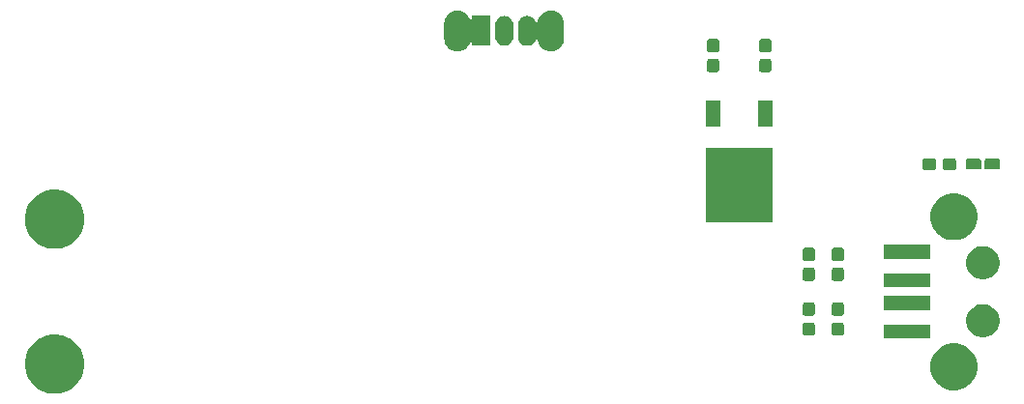
<source format=gbr>
G04 #@! TF.GenerationSoftware,KiCad,Pcbnew,(5.0.2)-1*
G04 #@! TF.CreationDate,2020-06-10T19:57:50-05:00*
G04 #@! TF.ProjectId,BusinessCards,42757369-6e65-4737-9343-617264732e6b,rev?*
G04 #@! TF.SameCoordinates,Original*
G04 #@! TF.FileFunction,Soldermask,Bot*
G04 #@! TF.FilePolarity,Negative*
%FSLAX46Y46*%
G04 Gerber Fmt 4.6, Leading zero omitted, Abs format (unit mm)*
G04 Created by KiCad (PCBNEW (5.0.2)-1) date 6/10/2020 7:57:50 PM*
%MOMM*%
%LPD*%
G01*
G04 APERTURE LIST*
%ADD10C,0.100000*%
G04 APERTURE END LIST*
D10*
G36*
X107268908Y-80025380D02*
X107435767Y-80058570D01*
X107907299Y-80253885D01*
X107992777Y-80311000D01*
X108331669Y-80537441D01*
X108692559Y-80898331D01*
X108692561Y-80898334D01*
X108976115Y-81322701D01*
X108976115Y-81322702D01*
X109171430Y-81794234D01*
X109271000Y-82294807D01*
X109271000Y-82805193D01*
X109204620Y-83138908D01*
X109171430Y-83305767D01*
X108976115Y-83777299D01*
X108775569Y-84077436D01*
X108692559Y-84201669D01*
X108331669Y-84562559D01*
X108331666Y-84562561D01*
X107907299Y-84846115D01*
X107435767Y-85041430D01*
X107268908Y-85074620D01*
X106935193Y-85141000D01*
X106424807Y-85141000D01*
X106091092Y-85074620D01*
X105924233Y-85041430D01*
X105452701Y-84846115D01*
X105028334Y-84562561D01*
X105028331Y-84562559D01*
X104667441Y-84201669D01*
X104584431Y-84077436D01*
X104383885Y-83777299D01*
X104188570Y-83305767D01*
X104155380Y-83138908D01*
X104089000Y-82805193D01*
X104089000Y-82294807D01*
X104188570Y-81794234D01*
X104383885Y-81322702D01*
X104383885Y-81322701D01*
X104667439Y-80898334D01*
X104667441Y-80898331D01*
X105028331Y-80537441D01*
X105367223Y-80311000D01*
X105452701Y-80253885D01*
X105924233Y-80058570D01*
X106091092Y-80025380D01*
X106424807Y-79959000D01*
X106935193Y-79959000D01*
X107268908Y-80025380D01*
X107268908Y-80025380D01*
G37*
G36*
X186018252Y-80797818D02*
X186018254Y-80797819D01*
X186018255Y-80797819D01*
X186391513Y-80952427D01*
X186391514Y-80952428D01*
X186727439Y-81176886D01*
X187013114Y-81462561D01*
X187013116Y-81462564D01*
X187237573Y-81798487D01*
X187392181Y-82171745D01*
X187471000Y-82567994D01*
X187471000Y-82972006D01*
X187392181Y-83368255D01*
X187237573Y-83741513D01*
X187016143Y-84072905D01*
X187013114Y-84077439D01*
X186727439Y-84363114D01*
X186727436Y-84363116D01*
X186391513Y-84587573D01*
X186018255Y-84742181D01*
X186018254Y-84742181D01*
X186018252Y-84742182D01*
X185622007Y-84821000D01*
X185217993Y-84821000D01*
X184821748Y-84742182D01*
X184821746Y-84742181D01*
X184821745Y-84742181D01*
X184448487Y-84587573D01*
X184112564Y-84363116D01*
X184112561Y-84363114D01*
X183826886Y-84077439D01*
X183823857Y-84072905D01*
X183602427Y-83741513D01*
X183447819Y-83368255D01*
X183369000Y-82972006D01*
X183369000Y-82567994D01*
X183447819Y-82171745D01*
X183602427Y-81798487D01*
X183826884Y-81462564D01*
X183826886Y-81462561D01*
X184112561Y-81176886D01*
X184448486Y-80952428D01*
X184448487Y-80952427D01*
X184821745Y-80797819D01*
X184821746Y-80797819D01*
X184821748Y-80797818D01*
X185217993Y-80719000D01*
X185622007Y-80719000D01*
X186018252Y-80797818D01*
X186018252Y-80797818D01*
G37*
G36*
X183383000Y-80311000D02*
X179281000Y-80311000D01*
X179281000Y-79089000D01*
X183383000Y-79089000D01*
X183383000Y-80311000D01*
X183383000Y-80311000D01*
G37*
G36*
X188383238Y-77344760D02*
X188383240Y-77344761D01*
X188383241Y-77344761D01*
X188647306Y-77454140D01*
X188647307Y-77454141D01*
X188884962Y-77612937D01*
X189087063Y-77815038D01*
X189087065Y-77815041D01*
X189245860Y-78052694D01*
X189341745Y-78284181D01*
X189355240Y-78316762D01*
X189411000Y-78597088D01*
X189411000Y-78882912D01*
X189370007Y-79089000D01*
X189355239Y-79163241D01*
X189245860Y-79427306D01*
X189245859Y-79427307D01*
X189087063Y-79664962D01*
X188884962Y-79867063D01*
X188884959Y-79867065D01*
X188647306Y-80025860D01*
X188383241Y-80135239D01*
X188383240Y-80135239D01*
X188383238Y-80135240D01*
X188102912Y-80191000D01*
X187817088Y-80191000D01*
X187536762Y-80135240D01*
X187536760Y-80135239D01*
X187536759Y-80135239D01*
X187272694Y-80025860D01*
X187035041Y-79867065D01*
X187035038Y-79867063D01*
X186832937Y-79664962D01*
X186674141Y-79427307D01*
X186674140Y-79427306D01*
X186564761Y-79163241D01*
X186549994Y-79089000D01*
X186509000Y-78882912D01*
X186509000Y-78597088D01*
X186564760Y-78316762D01*
X186578255Y-78284181D01*
X186674140Y-78052694D01*
X186832935Y-77815041D01*
X186832937Y-77815038D01*
X187035038Y-77612937D01*
X187272693Y-77454141D01*
X187272694Y-77454140D01*
X187536759Y-77344761D01*
X187536760Y-77344761D01*
X187536762Y-77344760D01*
X187817088Y-77289000D01*
X188102912Y-77289000D01*
X188383238Y-77344760D01*
X188383238Y-77344760D01*
G37*
G36*
X175624499Y-78902445D02*
X175661993Y-78913819D01*
X175696557Y-78932294D01*
X175726847Y-78957153D01*
X175751706Y-78987443D01*
X175770181Y-79022007D01*
X175781555Y-79059501D01*
X175786000Y-79104638D01*
X175786000Y-79843362D01*
X175781555Y-79888499D01*
X175770181Y-79925993D01*
X175751706Y-79960557D01*
X175726847Y-79990847D01*
X175696557Y-80015706D01*
X175661993Y-80034181D01*
X175624499Y-80045555D01*
X175579362Y-80050000D01*
X174940638Y-80050000D01*
X174895501Y-80045555D01*
X174858007Y-80034181D01*
X174823443Y-80015706D01*
X174793153Y-79990847D01*
X174768294Y-79960557D01*
X174749819Y-79925993D01*
X174738445Y-79888499D01*
X174734000Y-79843362D01*
X174734000Y-79104638D01*
X174738445Y-79059501D01*
X174749819Y-79022007D01*
X174768294Y-78987443D01*
X174793153Y-78957153D01*
X174823443Y-78932294D01*
X174858007Y-78913819D01*
X174895501Y-78902445D01*
X174940638Y-78898000D01*
X175579362Y-78898000D01*
X175624499Y-78902445D01*
X175624499Y-78902445D01*
G37*
G36*
X173084499Y-78902445D02*
X173121993Y-78913819D01*
X173156557Y-78932294D01*
X173186847Y-78957153D01*
X173211706Y-78987443D01*
X173230181Y-79022007D01*
X173241555Y-79059501D01*
X173246000Y-79104638D01*
X173246000Y-79843362D01*
X173241555Y-79888499D01*
X173230181Y-79925993D01*
X173211706Y-79960557D01*
X173186847Y-79990847D01*
X173156557Y-80015706D01*
X173121993Y-80034181D01*
X173084499Y-80045555D01*
X173039362Y-80050000D01*
X172400638Y-80050000D01*
X172355501Y-80045555D01*
X172318007Y-80034181D01*
X172283443Y-80015706D01*
X172253153Y-79990847D01*
X172228294Y-79960557D01*
X172209819Y-79925993D01*
X172198445Y-79888499D01*
X172194000Y-79843362D01*
X172194000Y-79104638D01*
X172198445Y-79059501D01*
X172209819Y-79022007D01*
X172228294Y-78987443D01*
X172253153Y-78957153D01*
X172283443Y-78932294D01*
X172318007Y-78913819D01*
X172355501Y-78902445D01*
X172400638Y-78898000D01*
X173039362Y-78898000D01*
X173084499Y-78902445D01*
X173084499Y-78902445D01*
G37*
G36*
X175624499Y-77152445D02*
X175661993Y-77163819D01*
X175696557Y-77182294D01*
X175726847Y-77207153D01*
X175751706Y-77237443D01*
X175770181Y-77272007D01*
X175781555Y-77309501D01*
X175786000Y-77354638D01*
X175786000Y-78093362D01*
X175781555Y-78138499D01*
X175770181Y-78175993D01*
X175751706Y-78210557D01*
X175726847Y-78240847D01*
X175696557Y-78265706D01*
X175661993Y-78284181D01*
X175624499Y-78295555D01*
X175579362Y-78300000D01*
X174940638Y-78300000D01*
X174895501Y-78295555D01*
X174858007Y-78284181D01*
X174823443Y-78265706D01*
X174793153Y-78240847D01*
X174768294Y-78210557D01*
X174749819Y-78175993D01*
X174738445Y-78138499D01*
X174734000Y-78093362D01*
X174734000Y-77354638D01*
X174738445Y-77309501D01*
X174749819Y-77272007D01*
X174768294Y-77237443D01*
X174793153Y-77207153D01*
X174823443Y-77182294D01*
X174858007Y-77163819D01*
X174895501Y-77152445D01*
X174940638Y-77148000D01*
X175579362Y-77148000D01*
X175624499Y-77152445D01*
X175624499Y-77152445D01*
G37*
G36*
X173084499Y-77152445D02*
X173121993Y-77163819D01*
X173156557Y-77182294D01*
X173186847Y-77207153D01*
X173211706Y-77237443D01*
X173230181Y-77272007D01*
X173241555Y-77309501D01*
X173246000Y-77354638D01*
X173246000Y-78093362D01*
X173241555Y-78138499D01*
X173230181Y-78175993D01*
X173211706Y-78210557D01*
X173186847Y-78240847D01*
X173156557Y-78265706D01*
X173121993Y-78284181D01*
X173084499Y-78295555D01*
X173039362Y-78300000D01*
X172400638Y-78300000D01*
X172355501Y-78295555D01*
X172318007Y-78284181D01*
X172283443Y-78265706D01*
X172253153Y-78240847D01*
X172228294Y-78210557D01*
X172209819Y-78175993D01*
X172198445Y-78138499D01*
X172194000Y-78093362D01*
X172194000Y-77354638D01*
X172198445Y-77309501D01*
X172209819Y-77272007D01*
X172228294Y-77237443D01*
X172253153Y-77207153D01*
X172283443Y-77182294D01*
X172318007Y-77163819D01*
X172355501Y-77152445D01*
X172400638Y-77148000D01*
X173039362Y-77148000D01*
X173084499Y-77152445D01*
X173084499Y-77152445D01*
G37*
G36*
X183383000Y-77811000D02*
X179281000Y-77811000D01*
X179281000Y-76589000D01*
X183383000Y-76589000D01*
X183383000Y-77811000D01*
X183383000Y-77811000D01*
G37*
G36*
X183383000Y-75795000D02*
X179281000Y-75795000D01*
X179281000Y-74573000D01*
X183383000Y-74573000D01*
X183383000Y-75795000D01*
X183383000Y-75795000D01*
G37*
G36*
X173084499Y-74104445D02*
X173121993Y-74115819D01*
X173156557Y-74134294D01*
X173186847Y-74159153D01*
X173211706Y-74189443D01*
X173230181Y-74224007D01*
X173241555Y-74261501D01*
X173246000Y-74306638D01*
X173246000Y-75045362D01*
X173241555Y-75090499D01*
X173230181Y-75127993D01*
X173211706Y-75162557D01*
X173186847Y-75192847D01*
X173156557Y-75217706D01*
X173121993Y-75236181D01*
X173084499Y-75247555D01*
X173039362Y-75252000D01*
X172400638Y-75252000D01*
X172355501Y-75247555D01*
X172318007Y-75236181D01*
X172283443Y-75217706D01*
X172253153Y-75192847D01*
X172228294Y-75162557D01*
X172209819Y-75127993D01*
X172198445Y-75090499D01*
X172194000Y-75045362D01*
X172194000Y-74306638D01*
X172198445Y-74261501D01*
X172209819Y-74224007D01*
X172228294Y-74189443D01*
X172253153Y-74159153D01*
X172283443Y-74134294D01*
X172318007Y-74115819D01*
X172355501Y-74104445D01*
X172400638Y-74100000D01*
X173039362Y-74100000D01*
X173084499Y-74104445D01*
X173084499Y-74104445D01*
G37*
G36*
X175624499Y-74104445D02*
X175661993Y-74115819D01*
X175696557Y-74134294D01*
X175726847Y-74159153D01*
X175751706Y-74189443D01*
X175770181Y-74224007D01*
X175781555Y-74261501D01*
X175786000Y-74306638D01*
X175786000Y-75045362D01*
X175781555Y-75090499D01*
X175770181Y-75127993D01*
X175751706Y-75162557D01*
X175726847Y-75192847D01*
X175696557Y-75217706D01*
X175661993Y-75236181D01*
X175624499Y-75247555D01*
X175579362Y-75252000D01*
X174940638Y-75252000D01*
X174895501Y-75247555D01*
X174858007Y-75236181D01*
X174823443Y-75217706D01*
X174793153Y-75192847D01*
X174768294Y-75162557D01*
X174749819Y-75127993D01*
X174738445Y-75090499D01*
X174734000Y-75045362D01*
X174734000Y-74306638D01*
X174738445Y-74261501D01*
X174749819Y-74224007D01*
X174768294Y-74189443D01*
X174793153Y-74159153D01*
X174823443Y-74134294D01*
X174858007Y-74115819D01*
X174895501Y-74104445D01*
X174940638Y-74100000D01*
X175579362Y-74100000D01*
X175624499Y-74104445D01*
X175624499Y-74104445D01*
G37*
G36*
X188383238Y-72264760D02*
X188383240Y-72264761D01*
X188383241Y-72264761D01*
X188647306Y-72374140D01*
X188747369Y-72441000D01*
X188884962Y-72532937D01*
X189087063Y-72735038D01*
X189087065Y-72735041D01*
X189245860Y-72972694D01*
X189355239Y-73236759D01*
X189355240Y-73236762D01*
X189407999Y-73502000D01*
X189411000Y-73517089D01*
X189411000Y-73802911D01*
X189355239Y-74083241D01*
X189245860Y-74347306D01*
X189095056Y-74573000D01*
X189087063Y-74584962D01*
X188884962Y-74787063D01*
X188884959Y-74787065D01*
X188647306Y-74945860D01*
X188383241Y-75055239D01*
X188383240Y-75055239D01*
X188383238Y-75055240D01*
X188102912Y-75111000D01*
X187817088Y-75111000D01*
X187536762Y-75055240D01*
X187536760Y-75055239D01*
X187536759Y-75055239D01*
X187272694Y-74945860D01*
X187035041Y-74787065D01*
X187035038Y-74787063D01*
X186832937Y-74584962D01*
X186824944Y-74573000D01*
X186674140Y-74347306D01*
X186564761Y-74083241D01*
X186509000Y-73802911D01*
X186509000Y-73517089D01*
X186512001Y-73502000D01*
X186564760Y-73236762D01*
X186564761Y-73236759D01*
X186674140Y-72972694D01*
X186832935Y-72735041D01*
X186832937Y-72735038D01*
X187035038Y-72532937D01*
X187172631Y-72441000D01*
X187272694Y-72374140D01*
X187536759Y-72264761D01*
X187536760Y-72264761D01*
X187536762Y-72264760D01*
X187817088Y-72209000D01*
X188102912Y-72209000D01*
X188383238Y-72264760D01*
X188383238Y-72264760D01*
G37*
G36*
X175624499Y-72354445D02*
X175661993Y-72365819D01*
X175696557Y-72384294D01*
X175726847Y-72409153D01*
X175751706Y-72439443D01*
X175770181Y-72474007D01*
X175781555Y-72511501D01*
X175786000Y-72556638D01*
X175786000Y-73295362D01*
X175781555Y-73340499D01*
X175770181Y-73377993D01*
X175751706Y-73412557D01*
X175726847Y-73442847D01*
X175696557Y-73467706D01*
X175661993Y-73486181D01*
X175624499Y-73497555D01*
X175579362Y-73502000D01*
X174940638Y-73502000D01*
X174895501Y-73497555D01*
X174858007Y-73486181D01*
X174823443Y-73467706D01*
X174793153Y-73442847D01*
X174768294Y-73412557D01*
X174749819Y-73377993D01*
X174738445Y-73340499D01*
X174734000Y-73295362D01*
X174734000Y-72556638D01*
X174738445Y-72511501D01*
X174749819Y-72474007D01*
X174768294Y-72439443D01*
X174793153Y-72409153D01*
X174823443Y-72384294D01*
X174858007Y-72365819D01*
X174895501Y-72354445D01*
X174940638Y-72350000D01*
X175579362Y-72350000D01*
X175624499Y-72354445D01*
X175624499Y-72354445D01*
G37*
G36*
X173084499Y-72354445D02*
X173121993Y-72365819D01*
X173156557Y-72384294D01*
X173186847Y-72409153D01*
X173211706Y-72439443D01*
X173230181Y-72474007D01*
X173241555Y-72511501D01*
X173246000Y-72556638D01*
X173246000Y-73295362D01*
X173241555Y-73340499D01*
X173230181Y-73377993D01*
X173211706Y-73412557D01*
X173186847Y-73442847D01*
X173156557Y-73467706D01*
X173121993Y-73486181D01*
X173084499Y-73497555D01*
X173039362Y-73502000D01*
X172400638Y-73502000D01*
X172355501Y-73497555D01*
X172318007Y-73486181D01*
X172283443Y-73467706D01*
X172253153Y-73442847D01*
X172228294Y-73412557D01*
X172209819Y-73377993D01*
X172198445Y-73340499D01*
X172194000Y-73295362D01*
X172194000Y-72556638D01*
X172198445Y-72511501D01*
X172209819Y-72474007D01*
X172228294Y-72439443D01*
X172253153Y-72409153D01*
X172283443Y-72384294D01*
X172318007Y-72365819D01*
X172355501Y-72354445D01*
X172400638Y-72350000D01*
X173039362Y-72350000D01*
X173084499Y-72354445D01*
X173084499Y-72354445D01*
G37*
G36*
X183383000Y-73311000D02*
X179281000Y-73311000D01*
X179281000Y-72089000D01*
X183383000Y-72089000D01*
X183383000Y-73311000D01*
X183383000Y-73311000D01*
G37*
G36*
X107268908Y-67325380D02*
X107435767Y-67358570D01*
X107907299Y-67553885D01*
X108328803Y-67835526D01*
X108331669Y-67837441D01*
X108692559Y-68198331D01*
X108692561Y-68198334D01*
X108976115Y-68622701D01*
X109171430Y-69094233D01*
X109171430Y-69094234D01*
X109271000Y-69594807D01*
X109271000Y-70105193D01*
X109246522Y-70228252D01*
X109171430Y-70605767D01*
X108976115Y-71077299D01*
X108728706Y-71447572D01*
X108692559Y-71501669D01*
X108331669Y-71862559D01*
X108331666Y-71862561D01*
X107907299Y-72146115D01*
X107435767Y-72341430D01*
X107313154Y-72365819D01*
X106935193Y-72441000D01*
X106424807Y-72441000D01*
X106046846Y-72365819D01*
X105924233Y-72341430D01*
X105452701Y-72146115D01*
X105028334Y-71862561D01*
X105028331Y-71862559D01*
X104667441Y-71501669D01*
X104631294Y-71447572D01*
X104383885Y-71077299D01*
X104188570Y-70605767D01*
X104113478Y-70228252D01*
X104089000Y-70105193D01*
X104089000Y-69594807D01*
X104188570Y-69094234D01*
X104188570Y-69094233D01*
X104383885Y-68622701D01*
X104667439Y-68198334D01*
X104667441Y-68198331D01*
X105028331Y-67837441D01*
X105031197Y-67835526D01*
X105452701Y-67553885D01*
X105924233Y-67358570D01*
X106091092Y-67325380D01*
X106424807Y-67259000D01*
X106935193Y-67259000D01*
X107268908Y-67325380D01*
X107268908Y-67325380D01*
G37*
G36*
X186018252Y-67657818D02*
X186018254Y-67657819D01*
X186018255Y-67657819D01*
X186391513Y-67812427D01*
X186391514Y-67812428D01*
X186727439Y-68036886D01*
X187013114Y-68322561D01*
X187013116Y-68322564D01*
X187237573Y-68658487D01*
X187392181Y-69031745D01*
X187392182Y-69031748D01*
X187471000Y-69427993D01*
X187471000Y-69832007D01*
X187413516Y-70121000D01*
X187392181Y-70228255D01*
X187237573Y-70601513D01*
X187016143Y-70932905D01*
X187013114Y-70937439D01*
X186727439Y-71223114D01*
X186727436Y-71223116D01*
X186391513Y-71447573D01*
X186018255Y-71602181D01*
X186018254Y-71602181D01*
X186018252Y-71602182D01*
X185622007Y-71681000D01*
X185217993Y-71681000D01*
X184821748Y-71602182D01*
X184821746Y-71602181D01*
X184821745Y-71602181D01*
X184448487Y-71447573D01*
X184112564Y-71223116D01*
X184112561Y-71223114D01*
X183826886Y-70937439D01*
X183823857Y-70932905D01*
X183602427Y-70601513D01*
X183447819Y-70228255D01*
X183426485Y-70121000D01*
X183369000Y-69832007D01*
X183369000Y-69427993D01*
X183447818Y-69031748D01*
X183447819Y-69031745D01*
X183602427Y-68658487D01*
X183826884Y-68322564D01*
X183826886Y-68322561D01*
X184112561Y-68036886D01*
X184448486Y-67812428D01*
X184448487Y-67812427D01*
X184821745Y-67657819D01*
X184821746Y-67657819D01*
X184821748Y-67657818D01*
X185217993Y-67579000D01*
X185622007Y-67579000D01*
X186018252Y-67657818D01*
X186018252Y-67657818D01*
G37*
G36*
X169575000Y-70121000D02*
X163673000Y-70121000D01*
X163673000Y-63619000D01*
X169575000Y-63619000D01*
X169575000Y-70121000D01*
X169575000Y-70121000D01*
G37*
G36*
X185439499Y-64502445D02*
X185476993Y-64513819D01*
X185511557Y-64532294D01*
X185541847Y-64557153D01*
X185566706Y-64587443D01*
X185585181Y-64622007D01*
X185596555Y-64659501D01*
X185601000Y-64704638D01*
X185601000Y-65343362D01*
X185596555Y-65388499D01*
X185585181Y-65425993D01*
X185566706Y-65460557D01*
X185541847Y-65490847D01*
X185511557Y-65515706D01*
X185476993Y-65534181D01*
X185439499Y-65545555D01*
X185394362Y-65550000D01*
X184655638Y-65550000D01*
X184610501Y-65545555D01*
X184573007Y-65534181D01*
X184538443Y-65515706D01*
X184508153Y-65490847D01*
X184483294Y-65460557D01*
X184464819Y-65425993D01*
X184453445Y-65388499D01*
X184449000Y-65343362D01*
X184449000Y-64704638D01*
X184453445Y-64659501D01*
X184464819Y-64622007D01*
X184483294Y-64587443D01*
X184508153Y-64557153D01*
X184538443Y-64532294D01*
X184573007Y-64513819D01*
X184610501Y-64502445D01*
X184655638Y-64498000D01*
X185394362Y-64498000D01*
X185439499Y-64502445D01*
X185439499Y-64502445D01*
G37*
G36*
X183689499Y-64502445D02*
X183726993Y-64513819D01*
X183761557Y-64532294D01*
X183791847Y-64557153D01*
X183816706Y-64587443D01*
X183835181Y-64622007D01*
X183846555Y-64659501D01*
X183851000Y-64704638D01*
X183851000Y-65343362D01*
X183846555Y-65388499D01*
X183835181Y-65425993D01*
X183816706Y-65460557D01*
X183791847Y-65490847D01*
X183761557Y-65515706D01*
X183726993Y-65534181D01*
X183689499Y-65545555D01*
X183644362Y-65550000D01*
X182905638Y-65550000D01*
X182860501Y-65545555D01*
X182823007Y-65534181D01*
X182788443Y-65515706D01*
X182758153Y-65490847D01*
X182733294Y-65460557D01*
X182714819Y-65425993D01*
X182703445Y-65388499D01*
X182699000Y-65343362D01*
X182699000Y-64704638D01*
X182703445Y-64659501D01*
X182714819Y-64622007D01*
X182733294Y-64587443D01*
X182758153Y-64557153D01*
X182788443Y-64532294D01*
X182823007Y-64513819D01*
X182860501Y-64502445D01*
X182905638Y-64498000D01*
X183644362Y-64498000D01*
X183689499Y-64502445D01*
X183689499Y-64502445D01*
G37*
G36*
X187669617Y-64551965D02*
X187702430Y-64561918D01*
X187732667Y-64578080D01*
X187759170Y-64599830D01*
X187780920Y-64626333D01*
X187797082Y-64656570D01*
X187807035Y-64689383D01*
X187811000Y-64729640D01*
X187811000Y-65318360D01*
X187807035Y-65358617D01*
X187797082Y-65391430D01*
X187780920Y-65421667D01*
X187759170Y-65448170D01*
X187732667Y-65469920D01*
X187702430Y-65486082D01*
X187669617Y-65496035D01*
X187629360Y-65500000D01*
X186665640Y-65500000D01*
X186625383Y-65496035D01*
X186592570Y-65486082D01*
X186562333Y-65469920D01*
X186535830Y-65448170D01*
X186514080Y-65421667D01*
X186497918Y-65391430D01*
X186487965Y-65358617D01*
X186484000Y-65318360D01*
X186484000Y-64729640D01*
X186487965Y-64689383D01*
X186497918Y-64656570D01*
X186514080Y-64626333D01*
X186535830Y-64599830D01*
X186562333Y-64578080D01*
X186592570Y-64561918D01*
X186625383Y-64551965D01*
X186665640Y-64548000D01*
X187629360Y-64548000D01*
X187669617Y-64551965D01*
X187669617Y-64551965D01*
G37*
G36*
X189294617Y-64551965D02*
X189327430Y-64561918D01*
X189357667Y-64578080D01*
X189384170Y-64599830D01*
X189405920Y-64626333D01*
X189422082Y-64656570D01*
X189432035Y-64689383D01*
X189436000Y-64729640D01*
X189436000Y-65318360D01*
X189432035Y-65358617D01*
X189422082Y-65391430D01*
X189405920Y-65421667D01*
X189384170Y-65448170D01*
X189357667Y-65469920D01*
X189327430Y-65486082D01*
X189294617Y-65496035D01*
X189254360Y-65500000D01*
X188290640Y-65500000D01*
X188250383Y-65496035D01*
X188217570Y-65486082D01*
X188187333Y-65469920D01*
X188160830Y-65448170D01*
X188139080Y-65421667D01*
X188122918Y-65391430D01*
X188112965Y-65358617D01*
X188109000Y-65318360D01*
X188109000Y-64729640D01*
X188112965Y-64689383D01*
X188122918Y-64656570D01*
X188139080Y-64626333D01*
X188160830Y-64599830D01*
X188187333Y-64578080D01*
X188217570Y-64561918D01*
X188250383Y-64551965D01*
X188290640Y-64548000D01*
X189254360Y-64548000D01*
X189294617Y-64551965D01*
X189294617Y-64551965D01*
G37*
G36*
X164995000Y-61721000D02*
X163693000Y-61721000D01*
X163693000Y-59419000D01*
X164995000Y-59419000D01*
X164995000Y-61721000D01*
X164995000Y-61721000D01*
G37*
G36*
X169555000Y-61721000D02*
X168253000Y-61721000D01*
X168253000Y-59419000D01*
X169555000Y-59419000D01*
X169555000Y-61721000D01*
X169555000Y-61721000D01*
G37*
G36*
X164702499Y-55816445D02*
X164739993Y-55827819D01*
X164774557Y-55846294D01*
X164804847Y-55871153D01*
X164829706Y-55901443D01*
X164848181Y-55936007D01*
X164859555Y-55973501D01*
X164864000Y-56018638D01*
X164864000Y-56757362D01*
X164859555Y-56802499D01*
X164848181Y-56839993D01*
X164829706Y-56874557D01*
X164804847Y-56904847D01*
X164774557Y-56929706D01*
X164739993Y-56948181D01*
X164702499Y-56959555D01*
X164657362Y-56964000D01*
X164018638Y-56964000D01*
X163973501Y-56959555D01*
X163936007Y-56948181D01*
X163901443Y-56929706D01*
X163871153Y-56904847D01*
X163846294Y-56874557D01*
X163827819Y-56839993D01*
X163816445Y-56802499D01*
X163812000Y-56757362D01*
X163812000Y-56018638D01*
X163816445Y-55973501D01*
X163827819Y-55936007D01*
X163846294Y-55901443D01*
X163871153Y-55871153D01*
X163901443Y-55846294D01*
X163936007Y-55827819D01*
X163973501Y-55816445D01*
X164018638Y-55812000D01*
X164657362Y-55812000D01*
X164702499Y-55816445D01*
X164702499Y-55816445D01*
G37*
G36*
X169274499Y-55816445D02*
X169311993Y-55827819D01*
X169346557Y-55846294D01*
X169376847Y-55871153D01*
X169401706Y-55901443D01*
X169420181Y-55936007D01*
X169431555Y-55973501D01*
X169436000Y-56018638D01*
X169436000Y-56757362D01*
X169431555Y-56802499D01*
X169420181Y-56839993D01*
X169401706Y-56874557D01*
X169376847Y-56904847D01*
X169346557Y-56929706D01*
X169311993Y-56948181D01*
X169274499Y-56959555D01*
X169229362Y-56964000D01*
X168590638Y-56964000D01*
X168545501Y-56959555D01*
X168508007Y-56948181D01*
X168473443Y-56929706D01*
X168443153Y-56904847D01*
X168418294Y-56874557D01*
X168399819Y-56839993D01*
X168388445Y-56802499D01*
X168384000Y-56757362D01*
X168384000Y-56018638D01*
X168388445Y-55973501D01*
X168399819Y-55936007D01*
X168418294Y-55901443D01*
X168443153Y-55871153D01*
X168473443Y-55846294D01*
X168508007Y-55827819D01*
X168545501Y-55816445D01*
X168590638Y-55812000D01*
X169229362Y-55812000D01*
X169274499Y-55816445D01*
X169274499Y-55816445D01*
G37*
G36*
X169274499Y-54066445D02*
X169311993Y-54077819D01*
X169346557Y-54096294D01*
X169376847Y-54121153D01*
X169401706Y-54151443D01*
X169420181Y-54186007D01*
X169431555Y-54223501D01*
X169436000Y-54268638D01*
X169436000Y-55007362D01*
X169431555Y-55052499D01*
X169420181Y-55089993D01*
X169401706Y-55124557D01*
X169376847Y-55154847D01*
X169346557Y-55179706D01*
X169311993Y-55198181D01*
X169274499Y-55209555D01*
X169229362Y-55214000D01*
X168590638Y-55214000D01*
X168545501Y-55209555D01*
X168508007Y-55198181D01*
X168473443Y-55179706D01*
X168443153Y-55154847D01*
X168418294Y-55124557D01*
X168399819Y-55089993D01*
X168388445Y-55052499D01*
X168384000Y-55007362D01*
X168384000Y-54268638D01*
X168388445Y-54223501D01*
X168399819Y-54186007D01*
X168418294Y-54151443D01*
X168443153Y-54121153D01*
X168473443Y-54096294D01*
X168508007Y-54077819D01*
X168545501Y-54066445D01*
X168590638Y-54062000D01*
X169229362Y-54062000D01*
X169274499Y-54066445D01*
X169274499Y-54066445D01*
G37*
G36*
X164702499Y-54066445D02*
X164739993Y-54077819D01*
X164774557Y-54096294D01*
X164804847Y-54121153D01*
X164829706Y-54151443D01*
X164848181Y-54186007D01*
X164859555Y-54223501D01*
X164864000Y-54268638D01*
X164864000Y-55007362D01*
X164859555Y-55052499D01*
X164848181Y-55089993D01*
X164829706Y-55124557D01*
X164804847Y-55154847D01*
X164774557Y-55179706D01*
X164739993Y-55198181D01*
X164702499Y-55209555D01*
X164657362Y-55214000D01*
X164018638Y-55214000D01*
X163973501Y-55209555D01*
X163936007Y-55198181D01*
X163901443Y-55179706D01*
X163871153Y-55154847D01*
X163846294Y-55124557D01*
X163827819Y-55089993D01*
X163816445Y-55052499D01*
X163812000Y-55007362D01*
X163812000Y-54268638D01*
X163816445Y-54223501D01*
X163827819Y-54186007D01*
X163846294Y-54151443D01*
X163871153Y-54121153D01*
X163901443Y-54096294D01*
X163936007Y-54077819D01*
X163973501Y-54066445D01*
X164018638Y-54062000D01*
X164657362Y-54062000D01*
X164702499Y-54066445D01*
X164702499Y-54066445D01*
G37*
G36*
X142175634Y-51555654D02*
X142392599Y-51621470D01*
X142392601Y-51621471D01*
X142392604Y-51621472D01*
X142592555Y-51728347D01*
X142767818Y-51872182D01*
X142911653Y-52047444D01*
X143013760Y-52238474D01*
X143027374Y-52258849D01*
X143044701Y-52276176D01*
X143065075Y-52289790D01*
X143087714Y-52299167D01*
X143111748Y-52303948D01*
X143136252Y-52303948D01*
X143160285Y-52299168D01*
X143182924Y-52289790D01*
X143203299Y-52276176D01*
X143220626Y-52258849D01*
X143234240Y-52238475D01*
X143243617Y-52215836D01*
X143248398Y-52191802D01*
X143249000Y-52179550D01*
X143249000Y-52039000D01*
X144851000Y-52039000D01*
X144851000Y-54641000D01*
X143249000Y-54641000D01*
X143249000Y-54500450D01*
X143246598Y-54476064D01*
X143239485Y-54452615D01*
X143227934Y-54431004D01*
X143212388Y-54412062D01*
X143193446Y-54396516D01*
X143171835Y-54384965D01*
X143148386Y-54377852D01*
X143124000Y-54375450D01*
X143099614Y-54377852D01*
X143076165Y-54384965D01*
X143054554Y-54396516D01*
X143035612Y-54412062D01*
X143020066Y-54431004D01*
X143013760Y-54441526D01*
X142911653Y-54632556D01*
X142767818Y-54807818D01*
X142592556Y-54951653D01*
X142392605Y-55058528D01*
X142392602Y-55058529D01*
X142392600Y-55058530D01*
X142175635Y-55124346D01*
X141950000Y-55146569D01*
X141724366Y-55124346D01*
X141507401Y-55058530D01*
X141507399Y-55058529D01*
X141507396Y-55058528D01*
X141307445Y-54951653D01*
X141132183Y-54807818D01*
X140988349Y-54632557D01*
X140881471Y-54432602D01*
X140875240Y-54412062D01*
X140815654Y-54215635D01*
X140799000Y-54046543D01*
X140799000Y-52633458D01*
X140815654Y-52464366D01*
X140881470Y-52247401D01*
X140881471Y-52247399D01*
X140881472Y-52247396D01*
X140988347Y-52047445D01*
X141132182Y-51872182D01*
X141307444Y-51728347D01*
X141507395Y-51621472D01*
X141507398Y-51621471D01*
X141507400Y-51621470D01*
X141724365Y-51555654D01*
X141950000Y-51533431D01*
X142175634Y-51555654D01*
X142175634Y-51555654D01*
G37*
G36*
X150375634Y-51555654D02*
X150592599Y-51621470D01*
X150592601Y-51621471D01*
X150592604Y-51621472D01*
X150792555Y-51728347D01*
X150967818Y-51872182D01*
X151111653Y-52047444D01*
X151218528Y-52247395D01*
X151218528Y-52247396D01*
X151218530Y-52247400D01*
X151284346Y-52464365D01*
X151301000Y-52633457D01*
X151301000Y-54046543D01*
X151284346Y-54215635D01*
X151224760Y-54412062D01*
X151218528Y-54432605D01*
X151111653Y-54632556D01*
X150967818Y-54807818D01*
X150792556Y-54951653D01*
X150592605Y-55058528D01*
X150592602Y-55058529D01*
X150592600Y-55058530D01*
X150375635Y-55124346D01*
X150150000Y-55146569D01*
X149924366Y-55124346D01*
X149707401Y-55058530D01*
X149707399Y-55058529D01*
X149707396Y-55058528D01*
X149507445Y-54951653D01*
X149332183Y-54807818D01*
X149188349Y-54632557D01*
X149081471Y-54432602D01*
X149074352Y-54409133D01*
X149015654Y-54215635D01*
X149015011Y-54213515D01*
X149011091Y-54193803D01*
X149001713Y-54171164D01*
X148988100Y-54150789D01*
X148970772Y-54133462D01*
X148950398Y-54119848D01*
X148927759Y-54110471D01*
X148903726Y-54105690D01*
X148879221Y-54105690D01*
X148855188Y-54110470D01*
X148832549Y-54119848D01*
X148812174Y-54133461D01*
X148794847Y-54150789D01*
X148781233Y-54171164D01*
X148719230Y-54287165D01*
X148619133Y-54409133D01*
X148497165Y-54509230D01*
X148358012Y-54583608D01*
X148207025Y-54629410D01*
X148050000Y-54644875D01*
X147892976Y-54629410D01*
X147741989Y-54583608D01*
X147602836Y-54509230D01*
X147480868Y-54409133D01*
X147380771Y-54287165D01*
X147306393Y-54148012D01*
X147260591Y-53997025D01*
X147249001Y-53879346D01*
X147249000Y-52800655D01*
X147260590Y-52682976D01*
X147306392Y-52531989D01*
X147380768Y-52392839D01*
X147430819Y-52331852D01*
X147480867Y-52270867D01*
X147480869Y-52270866D01*
X147480870Y-52270864D01*
X147602835Y-52170770D01*
X147741988Y-52096392D01*
X147892975Y-52050590D01*
X148050000Y-52035125D01*
X148207024Y-52050590D01*
X148358011Y-52096392D01*
X148497161Y-52170768D01*
X148522791Y-52191802D01*
X148619133Y-52270867D01*
X148619134Y-52270869D01*
X148619136Y-52270870D01*
X148719230Y-52392835D01*
X148781233Y-52508836D01*
X148794846Y-52529211D01*
X148812174Y-52546538D01*
X148832548Y-52560152D01*
X148855187Y-52569529D01*
X148879220Y-52574310D01*
X148903725Y-52574310D01*
X148927758Y-52569530D01*
X148950397Y-52560152D01*
X148970772Y-52546539D01*
X148988099Y-52529211D01*
X149001713Y-52508837D01*
X149011090Y-52486198D01*
X149015011Y-52466488D01*
X149015654Y-52464368D01*
X149015654Y-52464366D01*
X149081470Y-52247401D01*
X149081471Y-52247399D01*
X149081472Y-52247396D01*
X149188347Y-52047445D01*
X149332182Y-51872182D01*
X149507444Y-51728347D01*
X149707395Y-51621472D01*
X149707398Y-51621471D01*
X149707400Y-51621470D01*
X149924365Y-51555654D01*
X150150000Y-51533431D01*
X150375634Y-51555654D01*
X150375634Y-51555654D01*
G37*
G36*
X146207024Y-52050590D02*
X146358011Y-52096392D01*
X146497161Y-52170768D01*
X146522791Y-52191802D01*
X146619133Y-52270867D01*
X146619134Y-52270869D01*
X146619136Y-52270870D01*
X146719230Y-52392835D01*
X146793608Y-52531988D01*
X146839410Y-52682975D01*
X146851000Y-52800654D01*
X146851000Y-53879346D01*
X146839410Y-53997025D01*
X146793608Y-54148012D01*
X146719230Y-54287165D01*
X146619133Y-54409133D01*
X146497165Y-54509230D01*
X146358012Y-54583608D01*
X146207025Y-54629410D01*
X146050000Y-54644875D01*
X145892976Y-54629410D01*
X145741989Y-54583608D01*
X145602836Y-54509230D01*
X145480868Y-54409133D01*
X145380771Y-54287165D01*
X145306393Y-54148012D01*
X145260591Y-53997025D01*
X145249001Y-53879346D01*
X145249000Y-52800655D01*
X145260590Y-52682976D01*
X145306392Y-52531989D01*
X145380768Y-52392839D01*
X145430819Y-52331852D01*
X145480867Y-52270867D01*
X145480869Y-52270866D01*
X145480870Y-52270864D01*
X145602835Y-52170770D01*
X145741988Y-52096392D01*
X145892975Y-52050590D01*
X146050000Y-52035125D01*
X146207024Y-52050590D01*
X146207024Y-52050590D01*
G37*
M02*

</source>
